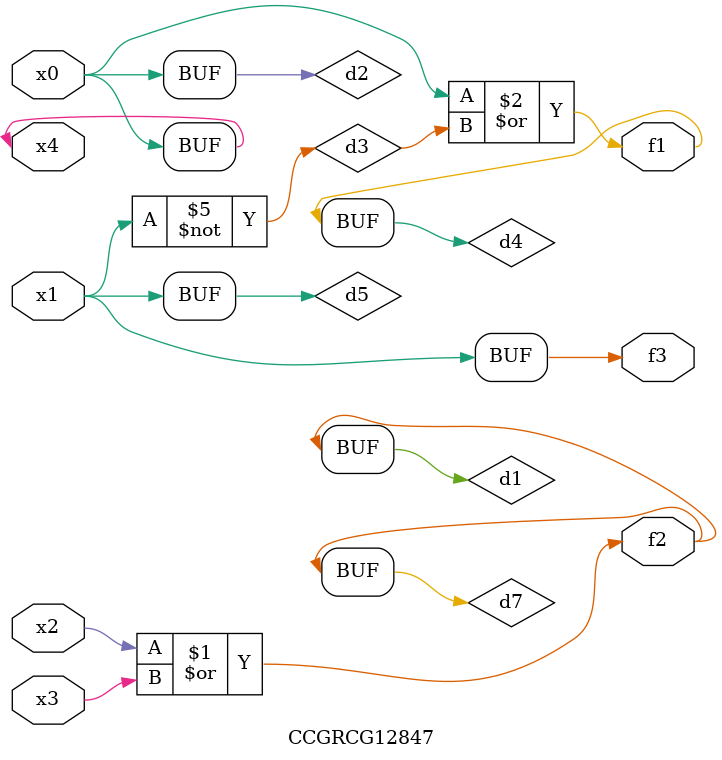
<source format=v>
module CCGRCG12847(
	input x0, x1, x2, x3, x4,
	output f1, f2, f3
);

	wire d1, d2, d3, d4, d5, d6, d7;

	or (d1, x2, x3);
	buf (d2, x0, x4);
	not (d3, x1);
	or (d4, d2, d3);
	not (d5, d3);
	nand (d6, d1, d3);
	or (d7, d1);
	assign f1 = d4;
	assign f2 = d7;
	assign f3 = d5;
endmodule

</source>
